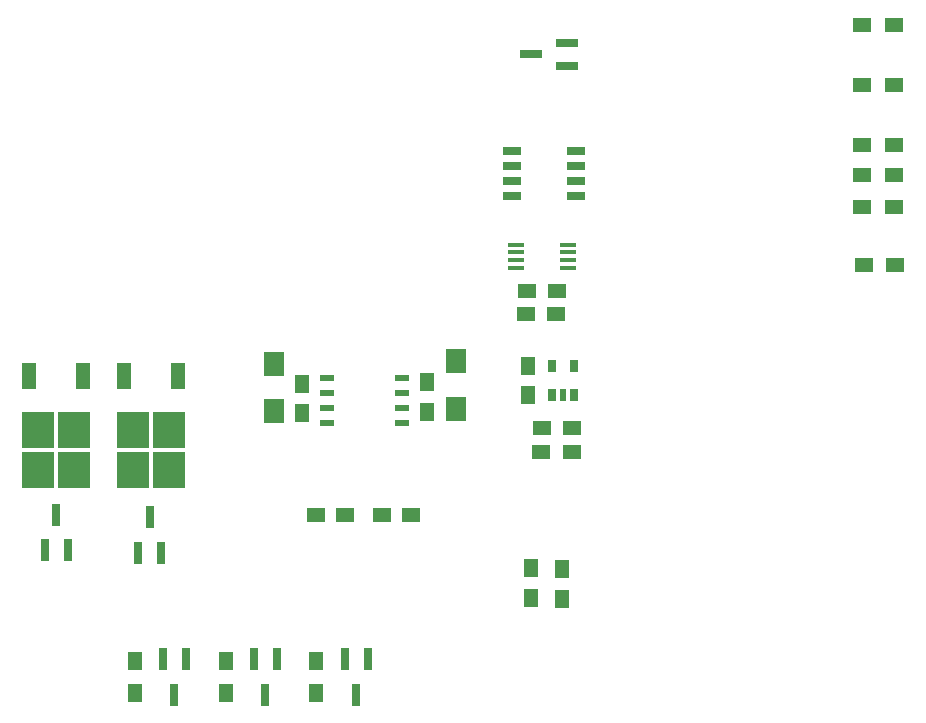
<source format=gtp>
G04 #@! TF.GenerationSoftware,KiCad,Pcbnew,(5.0.0)*
G04 #@! TF.CreationDate,2018-12-05T14:54:44-08:00*
G04 #@! TF.ProjectId,TestPlatformBoard,54657374506C6174666F726D426F6172,rev?*
G04 #@! TF.SameCoordinates,Original*
G04 #@! TF.FileFunction,Paste,Top*
G04 #@! TF.FilePolarity,Positive*
%FSLAX46Y46*%
G04 Gerber Fmt 4.6, Leading zero omitted, Abs format (unit mm)*
G04 Created by KiCad (PCBNEW (5.0.0)) date 12/05/18 14:54:44*
%MOMM*%
%LPD*%
G01*
G04 APERTURE LIST*
%ADD10R,1.500000X1.300000*%
%ADD11R,0.800000X1.900000*%
%ADD12R,1.250000X1.500000*%
%ADD13R,1.300000X1.500000*%
%ADD14R,1.400000X0.450000*%
%ADD15R,1.525000X0.650000*%
%ADD16R,0.800000X1.000000*%
%ADD17R,0.600000X1.000000*%
%ADD18R,1.200000X2.200000*%
%ADD19R,2.750000X3.050000*%
%ADD20R,1.500000X1.250000*%
%ADD21R,1.900000X0.800000*%
%ADD22R,1.700000X2.000000*%
%ADD23R,1.143000X0.508000*%
G04 APERTURE END LIST*
D10*
G04 #@! TO.C,R4*
X76350000Y-27000000D03*
X73650000Y-27000000D03*
G04 #@! TD*
D11*
G04 #@! TO.C,Q1*
X12350000Y-56300000D03*
X14250000Y-56300000D03*
X13300000Y-53300000D03*
G04 #@! TD*
D12*
G04 #@! TO.C,C9*
X36800000Y-44350000D03*
X36800000Y-41850000D03*
G04 #@! TD*
G04 #@! TO.C,C10*
X26200000Y-42000000D03*
X26200000Y-44500000D03*
G04 #@! TD*
D10*
G04 #@! TO.C,R1*
X76350000Y-16700000D03*
X73650000Y-16700000D03*
G04 #@! TD*
D13*
G04 #@! TO.C,R5*
X27400000Y-68150000D03*
X27400000Y-65450000D03*
G04 #@! TD*
D10*
G04 #@! TO.C,R6*
X73650000Y-21800000D03*
X76350000Y-21800000D03*
G04 #@! TD*
G04 #@! TO.C,R2*
X76350000Y-11600000D03*
X73650000Y-11600000D03*
G04 #@! TD*
G04 #@! TO.C,R8*
X73650000Y-24300000D03*
X76350000Y-24300000D03*
G04 #@! TD*
D13*
G04 #@! TO.C,R7*
X12100000Y-68150000D03*
X12100000Y-65450000D03*
G04 #@! TD*
D10*
G04 #@! TO.C,R3*
X76450000Y-31950000D03*
X73750000Y-31950000D03*
G04 #@! TD*
D14*
G04 #@! TO.C,IC4*
X44300000Y-30200000D03*
X44300000Y-30850000D03*
X44300000Y-31500000D03*
X44300000Y-32150000D03*
X48700000Y-32150000D03*
X48700000Y-31500000D03*
X48700000Y-30850000D03*
X48700000Y-30200000D03*
G04 #@! TD*
D15*
G04 #@! TO.C,IC5*
X43988000Y-22295000D03*
X43988000Y-23565000D03*
X43988000Y-24835000D03*
X43988000Y-26105000D03*
X49412000Y-26105000D03*
X49412000Y-24835000D03*
X49412000Y-23565000D03*
X49412000Y-22295000D03*
G04 #@! TD*
D16*
G04 #@! TO.C,IC3*
X47350000Y-42900000D03*
D17*
X48300000Y-42900000D03*
D16*
X49250000Y-42900000D03*
X49250000Y-40500000D03*
X47350000Y-40500000D03*
G04 #@! TD*
D18*
G04 #@! TO.C,IC1*
X15680000Y-41300000D03*
X11120000Y-41300000D03*
D19*
X11875000Y-49275000D03*
X14925000Y-45925000D03*
X14925000Y-49275000D03*
X11875000Y-45925000D03*
G04 #@! TD*
G04 #@! TO.C,IC2*
X3875000Y-45925000D03*
X6925000Y-49275000D03*
X6925000Y-45925000D03*
X3875000Y-49275000D03*
D18*
X3120000Y-41300000D03*
X7680000Y-41300000D03*
G04 #@! TD*
D12*
G04 #@! TO.C,C8*
X45300000Y-42950000D03*
X45300000Y-40450000D03*
G04 #@! TD*
D20*
G04 #@! TO.C,C6*
X45250000Y-34100000D03*
X47750000Y-34100000D03*
G04 #@! TD*
G04 #@! TO.C,C7*
X47700000Y-36100000D03*
X45200000Y-36100000D03*
G04 #@! TD*
G04 #@! TO.C,C5*
X49050000Y-45700000D03*
X46550000Y-45700000D03*
G04 #@! TD*
D10*
G04 #@! TO.C,JP1*
X46400000Y-47800000D03*
X49100000Y-47800000D03*
G04 #@! TD*
D21*
G04 #@! TO.C,Q3*
X48600000Y-15050000D03*
X48600000Y-13150000D03*
X45600000Y-14100000D03*
G04 #@! TD*
D11*
G04 #@! TO.C,Q6*
X23100000Y-68300000D03*
X22150000Y-65300000D03*
X24050000Y-65300000D03*
G04 #@! TD*
G04 #@! TO.C,Q2*
X30800000Y-68300000D03*
X29850000Y-65300000D03*
X31750000Y-65300000D03*
G04 #@! TD*
G04 #@! TO.C,Q5*
X4450000Y-56100000D03*
X6350000Y-56100000D03*
X5400000Y-53100000D03*
G04 #@! TD*
G04 #@! TO.C,Q4*
X15400000Y-68300000D03*
X14450000Y-65300000D03*
X16350000Y-65300000D03*
G04 #@! TD*
D20*
G04 #@! TO.C,C1*
X27350000Y-53100000D03*
X29850000Y-53100000D03*
G04 #@! TD*
D12*
G04 #@! TO.C,C4*
X45600000Y-57600000D03*
X45600000Y-60100000D03*
G04 #@! TD*
D20*
G04 #@! TO.C,C2*
X32950000Y-53100000D03*
X35450000Y-53100000D03*
G04 #@! TD*
D12*
G04 #@! TO.C,C3*
X48200000Y-60200000D03*
X48200000Y-57700000D03*
G04 #@! TD*
D22*
G04 #@! TO.C,R11*
X23800000Y-40300000D03*
X23800000Y-44300000D03*
G04 #@! TD*
D13*
G04 #@! TO.C,R9*
X19800000Y-68150000D03*
X19800000Y-65450000D03*
G04 #@! TD*
D22*
G04 #@! TO.C,R10*
X39200000Y-44100000D03*
X39200000Y-40100000D03*
G04 #@! TD*
D23*
G04 #@! TO.C,U3*
X34675000Y-45305000D03*
X34675000Y-44035000D03*
X34675000Y-42765000D03*
X34675000Y-41495000D03*
X28325000Y-41495000D03*
X28325000Y-42765000D03*
X28325000Y-44035000D03*
X28325000Y-45305000D03*
G04 #@! TD*
M02*

</source>
